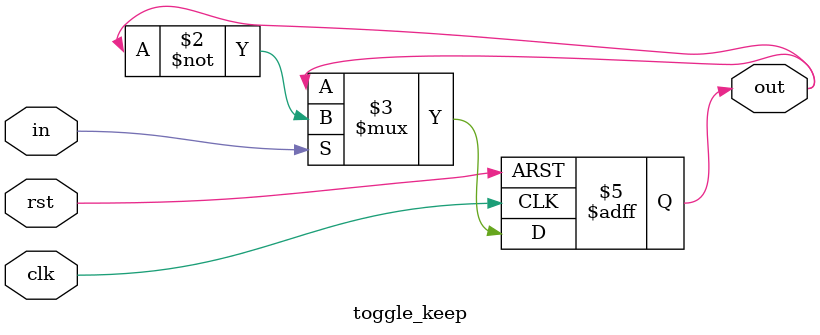
<source format=v>
module toggle_keep (
    input wire in,
    input wire clk,        // 입력 클럭
    input wire rst,      // 리셋 신호
    output reg out
);
    always @(posedge clk or posedge rst) begin
        if (rst) begin
            out <= 0;
        end else begin
            if(in)begin
                out <= ~out;
            end
        end
    end
endmodule

</source>
